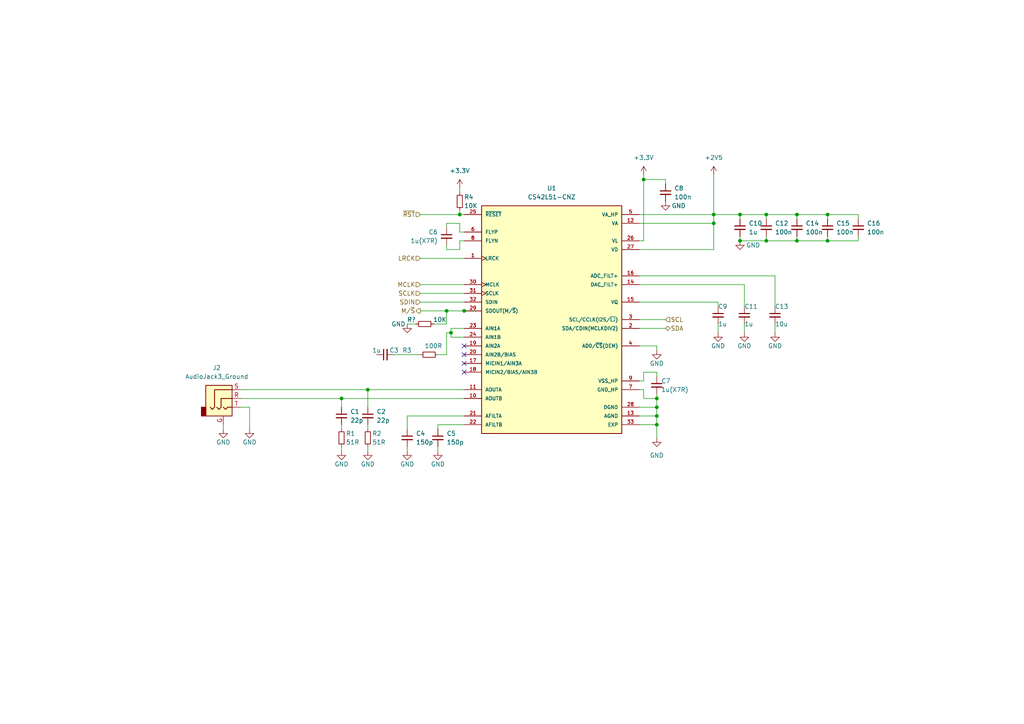
<source format=kicad_sch>
(kicad_sch (version 20211123) (generator eeschema)
  (paper "A4")
  (lib_symbols
    (symbol "Connector:AudioJack3_Ground"
      (property "Reference" "J" (at 0 8.89 0))
      (property "Value" "AudioJack3_Ground" (at 0 6.35 0))
      (symbol "AudioJack3_Ground_0_1"
        (rectangle (start -5.08 -2.54) (end -6.35 -5.08) (stroke (width 0.254)) (fill (type outline)))
        (polyline (pts (xy 0 -2.54) (xy 0.635 -3.175) (xy 1.27 -2.54) (xy 2.54 -2.54)) (stroke (width 0.254)))
        (polyline (pts (xy -1.905 -2.54) (xy -1.27 -3.175) (xy -0.635 -2.54) (xy -0.635 0) (xy 2.54 0)) (stroke (width 0.254)))
        (polyline (pts (xy 2.54 2.54) (xy -2.54 2.54) (xy -2.54 -2.54) (xy -3.175 -3.175) (xy -3.81 -2.54)) (stroke (width 0.254)))
        (rectangle (start 2.54 3.81) (end -5.08 -5.08) (stroke (width 0.254)) (fill (type background)))
      )
      (symbol "AudioJack3_Ground_1_1"
        (pin passive line (at 0 -7.62 90) (length 2.54) (name "~") (number "G"))
        (pin passive line (at 5.08 0 180) (length 2.54) (name "~") (number "R"))
        (pin passive line (at 5.08 2.54 180) (length 2.54) (name "~") (number "S"))
        (pin passive line (at 5.08 -2.54 180) (length 2.54) (name "~") (number "T"))
      )
    )
    (symbol "Device:C_Small" (pin_numbers hide) (pin_names (offset 0.254) hide)
      (property "Reference" "C" (at 0.254 1.778 0))
      (property "Value" "C_Small" (at 0.254 -2.032 0))
      (symbol "C_Small_0_1"
        (polyline (pts (xy -1.524 -0.508) (xy 1.524 -0.508)) (stroke (width 0.3302)))
        (polyline (pts (xy -1.524 0.508) (xy 1.524 0.508)) (stroke (width 0.3048)))
      )
      (symbol "C_Small_1_1"
        (pin passive line (at 0 2.54 270) (length 2.032) (name "~") (number "1"))
        (pin passive line (at 0 -2.54 90) (length 2.032) (name "~") (number "2"))
      )
    )
    (symbol "Device:R_Small" (pin_numbers hide) (pin_names (offset 0.254) hide)
      (property "Reference" "R" (at 0.762 0.508 0))
      (property "Value" "R_Small" (at 0.762 -1.016 0))
      (symbol "R_Small_0_1"
        (rectangle (start -0.762 1.778) (end 0.762 -1.778) (stroke (width 0.2032)))
      )
      (symbol "R_Small_1_1"
        (pin passive line (at 0 2.54 270) (length 0.762) (name "~") (number "1"))
        (pin passive line (at 0 -2.54 90) (length 0.762) (name "~") (number "2"))
      )
    )
    (symbol "LibraryAudioBoard:CS42L51-CNZ" (pin_names (offset 1.016))
      (property "Reference" "U" (at -20.3773 33.75 0))
      (property "Value" "CS42L51-CNZ" (at -20.3352 -35.5866 0))
      (symbol "CS42L51-CNZ_0_0"
        (rectangle (start -20.32 -33.02) (end 20.32 33.02) (stroke (width 0.254)) (fill (type background)))
        (pin bidirectional clock (at -25.4 17.78 0) (length 5.08) (name "LRCK") (number "1"))
        (pin output line (at -25.4 -22.86 0) (length 5.08) (name "AOUTB") (number "10"))
        (pin output line (at -25.4 -20.32 0) (length 5.08) (name "AOUTA") (number "11"))
        (pin power_in line (at 25.4 27.94 180) (length 5.08) (name "VA") (number "12"))
        (pin power_in line (at 25.4 -27.94 180) (length 5.08) (name "AGND") (number "13"))
        (pin output line (at 25.4 10.16 180) (length 5.08) (name "DAC_FILT+") (number "14"))
        (pin output line (at 25.4 5.08 180) (length 5.08) (name "VQ") (number "15"))
        (pin output line (at 25.4 12.7 180) (length 5.08) (name "ADC_FILT+") (number "16"))
        (pin input line (at -25.4 -12.7 0) (length 5.08) (name "MICIN1/AIN3A") (number "17"))
        (pin bidirectional line (at -25.4 -15.24 0) (length 5.08) (name "MICIN2/BIAS/AIN3B") (number "18"))
        (pin input line (at -25.4 -7.62 0) (length 5.08) (name "AIN2A") (number "19"))
        (pin bidirectional line (at 25.4 -2.54 180) (length 5.08) (name "SDA/CDIN(MCLKDIV2)") (number "2"))
        (pin bidirectional line (at -25.4 -10.16 0) (length 5.08) (name "AIN2B/BIAS") (number "20"))
        (pin output line (at -25.4 -27.94 0) (length 5.08) (name "AFILTA") (number "21"))
        (pin output line (at -25.4 -30.48 0) (length 5.08) (name "AFILTB") (number "22"))
        (pin input line (at -25.4 -2.54 0) (length 5.08) (name "AIN1A") (number "23"))
        (pin input line (at -25.4 -5.08 0) (length 5.08) (name "AIN1B") (number "24"))
        (pin input line (at -25.4 30.48 0) (length 5.08) (name "~{RESET}") (number "25"))
        (pin power_in line (at 25.4 22.86 180) (length 5.08) (name "VL") (number "26"))
        (pin power_in line (at 25.4 20.32 180) (length 5.08) (name "VD") (number "27"))
        (pin power_in line (at 25.4 -25.4 180) (length 5.08) (name "DGND") (number "28"))
        (pin bidirectional line (at -25.4 2.54 0) (length 5.08) (name "SDOUT(M/~{S})") (number "29"))
        (pin input line (at 25.4 0 180) (length 5.08) (name "SCL/CCLK(I2S/~{LJ})") (number "3"))
        (pin input clock (at -25.4 10.16 0) (length 5.08) (name "MCLK") (number "30"))
        (pin bidirectional clock (at -25.4 7.62 0) (length 5.08) (name "SCLK") (number "31"))
        (pin input line (at -25.4 5.08 0) (length 5.08) (name "SDIN") (number "32"))
        (pin passive line (at 25.4 -30.48 180) (length 5.08) (name "EXP") (number "33"))
        (pin input line (at 25.4 -7.62 180) (length 5.08) (name "AD0/~{CS}(DEM)") (number "4"))
        (pin power_in line (at 25.4 30.48 180) (length 5.08) (name "VA_HP") (number "5"))
        (pin input line (at -25.4 25.4 0) (length 5.08) (name "FLYP") (number "6"))
        (pin power_in line (at 25.4 -20.32 180) (length 5.08) (name "GND_HP") (number "7"))
        (pin input line (at -25.4 22.86 0) (length 5.08) (name "FLYN") (number "8"))
        (pin power_in line (at 25.4 -17.78 180) (length 5.08) (name "VSS_HP") (number "9"))
      )
    )
    (symbol "power:+2V5" (power) (pin_names (offset 0))
      (property "Value" "+2V5" (at 0 3.556 0))
      (symbol "+2V5_0_1"
        (polyline (pts (xy -0.762 1.27) (xy 0 2.54)))
        (polyline (pts (xy 0 0) (xy 0 2.54)))
        (polyline (pts (xy 0 2.54) (xy 0.762 1.27)))
      )
      (symbol "+2V5_1_1"
        (pin power_in line (at 0 0 90) (length 0) hide (name "+2V5") (number "1"))
      )
    )
    (symbol "power:+3.3V" (power) (pin_names (offset 0))
      (property "Value" "+3.3V" (at 0 3.556 0))
      (symbol "+3.3V_0_1"
        (polyline (pts (xy -0.762 1.27) (xy 0 2.54)))
        (polyline (pts (xy 0 0) (xy 0 2.54)))
        (polyline (pts (xy 0 2.54) (xy 0.762 1.27)))
      )
      (symbol "+3.3V_1_1"
        (pin power_in line (at 0 0 90) (length 0) hide (name "+3.3V") (number "1"))
      )
    )
    (symbol "power:GND" (power) (pin_names (offset 0))
      (property "Value" "GND" (at 0 -3.81 0))
      (symbol "GND_0_1"
        (polyline (pts (xy 0 0) (xy 0 -1.27) (xy 1.27 -1.27) (xy 0 -2.54) (xy -1.27 -1.27) (xy 0 -1.27)))
      )
      (symbol "GND_1_1"
        (pin power_in line (at 0 0 270) (length 0) hide (name "GND") (number "1"))
      )
    )
  )
  (junction (at 99.06 115.57))
  (junction (at 130.81 96.52))
  (junction (at 106.68 113.03))
  (junction (at 240.03 69.85))
  (junction (at 190.5 120.65))
  (junction (at 214.63 69.85))
  (junction (at 134.62 90.17))
  (junction (at 207.01 62.23))
  (junction (at 222.25 69.85))
  (junction (at 190.5 115.57))
  (junction (at 231.14 62.23))
  (junction (at 222.25 62.23))
  (junction (at 207.01 64.77))
  (junction (at 190.5 123.19))
  (junction (at 190.5 118.11))
  (junction (at 129.54 90.17))
  (junction (at 240.03 62.23))
  (junction (at 214.63 62.23))
  (junction (at 133.35 62.23))
  (junction (at 231.14 69.85))
  (junction (at 186.69 52.07))
  (no_connect (at 134.62 100.33))
  (no_connect (at 134.62 107.95))
  (no_connect (at 134.62 105.41))
  (no_connect (at 134.62 102.87))
  (wire (pts (xy 193.04 53.34) (xy 193.04 52.07)))
  (wire (pts (xy 207.01 50.8) (xy 207.01 62.23)))
  (wire (pts (xy 190.5 109.22) (xy 190.5 107.95)))
  (wire (pts (xy 127 102.87) (xy 129.54 102.87)))
  (wire (pts (xy 248.92 68.58) (xy 248.92 69.85)))
  (wire (pts (xy 185.42 64.77) (xy 207.01 64.77)))
  (wire (pts (xy 130.81 96.52) (xy 130.81 97.79)))
  (wire (pts (xy 186.69 50.8) (xy 186.69 52.07)))
  (wire (pts (xy 214.63 68.58) (xy 214.63 69.85)))
  (wire (pts (xy 129.54 66.04) (xy 129.54 64.77)))
  (wire (pts (xy 129.54 71.12) (xy 129.54 72.39)))
  (wire (pts (xy 106.68 129.54) (xy 106.68 130.81)))
  (wire (pts (xy 224.79 93.98) (xy 224.79 96.52)))
  (wire (pts (xy 224.79 88.9) (xy 224.79 80.01)))
  (wire (pts (xy 138.43 90.17) (xy 134.62 90.17)))
  (wire (pts (xy 127 129.54) (xy 127 130.81)))
  (wire (pts (xy 231.14 63.5) (xy 231.14 62.23)))
  (wire (pts (xy 185.42 72.39) (xy 207.01 72.39)))
  (wire (pts (xy 118.11 93.98) (xy 120.65 93.98)))
  (wire (pts (xy 134.62 69.85) (xy 133.35 69.85)))
  (wire (pts (xy 129.54 90.17) (xy 134.62 90.17)))
  (wire (pts (xy 133.35 62.23) (xy 134.62 62.23)))
  (wire (pts (xy 106.68 123.19) (xy 106.68 124.46)))
  (wire (pts (xy 207.01 62.23) (xy 185.42 62.23)))
  (wire (pts (xy 130.81 97.79) (xy 134.62 97.79)))
  (wire (pts (xy 190.5 120.65) (xy 190.5 118.11)))
  (wire (pts (xy 185.42 87.63) (xy 208.28 87.63)))
  (wire (pts (xy 99.06 123.19) (xy 99.06 124.46)))
  (wire (pts (xy 72.39 118.11) (xy 69.85 118.11)))
  (wire (pts (xy 133.35 69.85) (xy 133.35 72.39)))
  (wire (pts (xy 185.42 113.03) (xy 186.69 113.03)))
  (wire (pts (xy 121.92 90.17) (xy 129.54 90.17)))
  (wire (pts (xy 190.5 123.19) (xy 190.5 120.65)))
  (wire (pts (xy 214.63 69.85) (xy 222.25 69.85)))
  (wire (pts (xy 121.92 87.63) (xy 134.62 87.63)))
  (wire (pts (xy 129.54 102.87) (xy 129.54 96.52)))
  (wire (pts (xy 190.5 115.57) (xy 190.5 118.11)))
  (wire (pts (xy 121.92 85.09) (xy 134.62 85.09)))
  (wire (pts (xy 72.39 124.46) (xy 72.39 118.11)))
  (wire (pts (xy 185.42 82.55) (xy 215.9 82.55)))
  (wire (pts (xy 129.54 96.52) (xy 130.81 96.52)))
  (wire (pts (xy 240.03 68.58) (xy 240.03 69.85)))
  (wire (pts (xy 186.69 69.85) (xy 185.42 69.85)))
  (wire (pts (xy 208.28 87.63) (xy 208.28 88.9)))
  (wire (pts (xy 224.79 80.01) (xy 185.42 80.01)))
  (wire (pts (xy 133.35 64.77) (xy 129.54 64.77)))
  (wire (pts (xy 127 123.19) (xy 134.62 123.19)))
  (wire (pts (xy 214.63 63.5) (xy 214.63 62.23)))
  (wire (pts (xy 134.62 120.65) (xy 118.11 120.65)))
  (wire (pts (xy 133.35 64.77) (xy 133.35 67.31)))
  (wire (pts (xy 240.03 62.23) (xy 248.92 62.23)))
  (wire (pts (xy 231.14 69.85) (xy 222.25 69.85)))
  (wire (pts (xy 69.85 115.57) (xy 99.06 115.57)))
  (wire (pts (xy 118.11 120.65) (xy 118.11 124.46)))
  (wire (pts (xy 215.9 82.55) (xy 215.9 88.9)))
  (wire (pts (xy 185.42 95.25) (xy 193.04 95.25)))
  (wire (pts (xy 222.25 62.23) (xy 231.14 62.23)))
  (wire (pts (xy 133.35 60.96) (xy 133.35 62.23)))
  (wire (pts (xy 248.92 63.5) (xy 248.92 62.23)))
  (wire (pts (xy 186.69 52.07) (xy 193.04 52.07)))
  (wire (pts (xy 185.42 123.19) (xy 190.5 123.19)))
  (wire (pts (xy 240.03 69.85) (xy 248.92 69.85)))
  (wire (pts (xy 186.69 107.95) (xy 186.69 110.49)))
  (wire (pts (xy 185.42 92.71) (xy 193.04 92.71)))
  (wire (pts (xy 186.69 115.57) (xy 190.5 115.57)))
  (wire (pts (xy 207.01 64.77) (xy 207.01 62.23)))
  (wire (pts (xy 121.92 82.55) (xy 134.62 82.55)))
  (wire (pts (xy 129.54 93.98) (xy 129.54 90.17)))
  (wire (pts (xy 127 124.46) (xy 127 123.19)))
  (wire (pts (xy 208.28 93.98) (xy 208.28 96.52)))
  (wire (pts (xy 190.5 127) (xy 190.5 123.19)))
  (wire (pts (xy 231.14 62.23) (xy 240.03 62.23)))
  (wire (pts (xy 190.5 114.3) (xy 190.5 115.57)))
  (wire (pts (xy 125.73 93.98) (xy 129.54 93.98)))
  (wire (pts (xy 64.77 123.19) (xy 64.77 124.46)))
  (wire (pts (xy 114.3 102.87) (xy 121.92 102.87)))
  (wire (pts (xy 121.92 74.93) (xy 134.62 74.93)))
  (wire (pts (xy 185.42 100.33) (xy 190.5 100.33)))
  (wire (pts (xy 134.62 95.25) (xy 130.81 95.25)))
  (wire (pts (xy 99.06 118.11) (xy 99.06 115.57)))
  (wire (pts (xy 190.5 107.95) (xy 186.69 107.95)))
  (wire (pts (xy 207.01 72.39) (xy 207.01 64.77)))
  (wire (pts (xy 99.06 115.57) (xy 134.62 115.57)))
  (wire (pts (xy 133.35 72.39) (xy 129.54 72.39)))
  (wire (pts (xy 190.5 118.11) (xy 185.42 118.11)))
  (wire (pts (xy 130.81 95.25) (xy 130.81 96.52)))
  (wire (pts (xy 106.68 113.03) (xy 106.68 118.11)))
  (wire (pts (xy 186.69 113.03) (xy 186.69 115.57)))
  (wire (pts (xy 134.62 67.31) (xy 133.35 67.31)))
  (wire (pts (xy 133.35 54.61) (xy 133.35 55.88)))
  (wire (pts (xy 106.68 113.03) (xy 134.62 113.03)))
  (wire (pts (xy 231.14 69.85) (xy 240.03 69.85)))
  (wire (pts (xy 214.63 62.23) (xy 222.25 62.23)))
  (wire (pts (xy 222.25 68.58) (xy 222.25 69.85)))
  (wire (pts (xy 118.11 129.54) (xy 118.11 130.81)))
  (wire (pts (xy 231.14 68.58) (xy 231.14 69.85)))
  (wire (pts (xy 186.69 52.07) (xy 186.69 69.85)))
  (wire (pts (xy 69.85 113.03) (xy 106.68 113.03)))
  (wire (pts (xy 185.42 120.65) (xy 190.5 120.65)))
  (wire (pts (xy 99.06 129.54) (xy 99.06 130.81)))
  (wire (pts (xy 185.42 110.49) (xy 186.69 110.49)))
  (wire (pts (xy 240.03 63.5) (xy 240.03 62.23)))
  (wire (pts (xy 190.5 100.33) (xy 190.5 101.6)))
  (wire (pts (xy 121.92 62.23) (xy 133.35 62.23)))
  (wire (pts (xy 215.9 93.98) (xy 215.9 96.52)))
  (wire (pts (xy 207.01 62.23) (xy 214.63 62.23)))
  (wire (pts (xy 222.25 63.5) (xy 222.25 62.23)))
  (hierarchical_label "~{RST}" (shape input) (at 121.92 62.23 180))
  (hierarchical_label "SCL" (shape input) (at 193.04 92.71 0))
  (hierarchical_label "M{slash}~{S}" (shape output) (at 121.92 90.17 180))
  (hierarchical_label "LRCK" (shape input) (at 121.92 74.93 180))
  (hierarchical_label "SDA" (shape bidirectional) (at 193.04 95.25 0))
  (hierarchical_label "SCLK" (shape input) (at 121.92 85.09 180))
  (hierarchical_label "MCLK" (shape input) (at 121.92 82.55 180))
  (hierarchical_label "SDIN" (shape input) (at 121.92 87.63 180))
  (symbol (lib_id "Device:R_Small") (at 124.46 102.87 90) (unit 1)
    (property "Reference" "R3" (at 119.38 101.6 90) (effects (justify left)))
    (property "Value" "100R" (at 128.27 100.33 90) (effects (justify left)))
    (property "Footprint" "Resistor_SMD:R_0805_2012Metric" (effects hide))
  )
  (symbol (lib_id "power:GND") (at 208.28 96.52 0) (unit 1)
    (property "Reference" "#PWR013" (effects hide))
    (property "Value" "GND" (at 208.28 100.33 0))
  )
  (symbol (lib_id "LibraryAudioBoard:CS42L51-CNZ") (at 160.02 92.71 0) (unit 1)
    (property "Reference" "U1" (at 160.02 54.61 0))
    (property "Value" "CS42L51-CNZ" (at 160.02 57.15 0))
    (property "Footprint" "Package_DFN_QFN:QFN-32-1EP_5x5mm_P0.5mm_EP3.1x3.1mm" (effects hide))
    (property "Mfr" "Cirrus Logic, Inc" (effects hide))
  )
  (symbol (lib_id "Device:R_Small") (at 106.68 127 0) (unit 1)
    (property "Reference" "R2" (at 107.95 125.73 0) (effects (justify left)))
    (property "Value" "51R" (at 107.95 128.27 0) (effects (justify left)))
    (property "Footprint" "Resistor_SMD:R_0805_2012Metric" (effects hide))
  )
  (symbol (lib_id "power:GND") (at 64.77 124.46 0) (unit 1)
    (property "Reference" "#PWR01" (effects hide))
    (property "Value" "GND" (at 64.77 128.27 0))
  )
  (symbol (lib_id "Device:C_Small") (at 99.06 120.65 0) (unit 1)
    (property "Reference" "C1" (at 101.6 119.3862 0) (effects (justify left)))
    (property "Value" "22p" (at 101.6 121.9262 0) (effects (justify left)))
    (property "Footprint" "Capacitor_SMD:C_0603_1608Metric" (effects hide))
  )
  (symbol (lib_id "power:GND") (at 214.63 69.85 0) (unit 1)
    (property "Reference" "#PWR014" (effects hide))
    (property "Value" "GND" (at 218.44 71.12 0))
  )
  (symbol (lib_id "Device:C_Small") (at 222.25 66.04 0) (unit 1)
    (property "Reference" "C12" (at 224.79 64.7762 0) (effects (justify left)))
    (property "Value" "100n" (at 224.79 67.3162 0) (effects (justify left)))
    (property "Footprint" "Capacitor_SMD:C_0603_1608Metric" (effects hide))
  )
  (symbol (lib_id "Device:C_Small") (at 193.04 55.88 0) (unit 1)
    (property "Reference" "C8" (at 195.58 54.6162 0) (effects (justify left)))
    (property "Value" "100n" (at 195.58 57.1562 0) (effects (justify left)))
    (property "Footprint" "Capacitor_SMD:C_0603_1608Metric" (effects hide))
  )
  (symbol (lib_id "power:GND") (at 106.68 130.81 0) (unit 1)
    (property "Reference" "#PWR04" (effects hide))
    (property "Value" "GND" (at 106.68 134.62 0))
  )
  (symbol (lib_id "Device:C_Small") (at 231.14 66.04 0) (unit 1)
    (property "Reference" "C14" (at 233.68 64.7762 0) (effects (justify left)))
    (property "Value" "100n" (at 233.68 67.3162 0) (effects (justify left)))
    (property "Footprint" "Capacitor_SMD:C_0603_1608Metric" (effects hide))
  )
  (symbol (lib_id "power:GND") (at 127 130.81 0) (unit 1)
    (property "Reference" "#PWR06" (effects hide))
    (property "Value" "GND" (at 127 134.62 0))
  )
  (symbol (lib_id "power:+3.3V") (at 133.35 54.61 0) (unit 1)
    (property "Reference" "#PWR07" (effects hide))
    (property "Value" "+3.3V" (at 133.35 49.53 0))
  )
  (symbol (lib_id "Device:C_Small") (at 224.79 91.44 0) (unit 1)
    (property "Reference" "C13" (at 224.79 88.9 0) (effects (justify left)))
    (property "Value" "10u" (at 224.79 93.98 0) (effects (justify left)))
    (property "Footprint" "Capacitor_SMD:C_0805_2012Metric" (effects hide))
  )
  (symbol (lib_id "power:+3.3V") (at 186.69 50.8 0) (unit 1)
    (property "Reference" "#PWR08" (effects hide))
    (property "Value" "+3.3V" (at 186.69 45.72 0))
  )
  (symbol (lib_id "Device:C_Small") (at 240.03 66.04 0) (unit 1)
    (property "Reference" "C15" (at 242.57 64.7762 0) (effects (justify left)))
    (property "Value" "100n" (at 242.57 67.3162 0) (effects (justify left)))
    (property "Footprint" "Capacitor_SMD:C_0603_1608Metric" (effects hide))
  )
  (symbol (lib_id "power:GND") (at 72.39 124.46 0) (unit 1)
    (property "Reference" "#PWR02" (effects hide))
    (property "Value" "GND" (at 72.39 128.27 0))
  )
  (symbol (lib_id "Connector:AudioJack3_Ground") (at 64.77 115.57 0) (unit 1)
    (property "Reference" "J2" (at 62.865 106.68 0))
    (property "Value" "AudioJack3_Ground" (at 62.865 109.22 0))
  )
  (symbol (lib_id "Device:R_Small") (at 133.35 58.42 0) (unit 1)
    (property "Reference" "R4" (at 134.62 57.15 0) (effects (justify left)))
    (property "Value" "10K" (at 134.62 59.69 0) (effects (justify left)))
    (property "Footprint" "Resistor_SMD:R_0805_2012Metric" (effects hide))
  )
  (symbol (lib_id "power:GND") (at 118.11 130.81 0) (unit 1)
    (property "Reference" "#PWR05" (effects hide))
    (property "Value" "GND" (at 118.11 134.62 0))
  )
  (symbol (lib_id "power:GND") (at 99.06 130.81 0) (unit 1)
    (property "Reference" "#PWR03" (effects hide))
    (property "Value" "GND" (at 99.06 134.62 0))
  )
  (symbol (lib_id "power:+2V5") (at 207.01 50.8 0) (unit 1)
    (property "Reference" "#PWR012" (effects hide))
    (property "Value" "+2V5" (at 207.01 45.72 0))
  )
  (symbol (lib_id "power:GND") (at 224.79 96.52 0) (unit 1)
    (property "Reference" "#PWR016" (effects hide))
    (property "Value" "GND" (at 224.79 100.33 0))
  )
  (symbol (lib_id "power:GND") (at 118.11 93.98 0) (unit 1)
    (property "Reference" "#PWR?" (effects hide))
    (property "Value" "GND" (at 115.57 93.98 0))
  )
  (symbol (lib_id "Device:C_Small") (at 214.63 66.04 0) (unit 1)
    (property "Reference" "C10" (at 217.17 64.7762 0) (effects (justify left)))
    (property "Value" "1u" (at 217.17 67.3162 0) (effects (justify left)))
    (property "Footprint" "Capacitor_SMD:C_0805_2012Metric" (effects hide))
  )
  (symbol (lib_id "power:GND") (at 215.9 96.52 0) (unit 1)
    (property "Reference" "#PWR015" (effects hide))
    (property "Value" "GND" (at 215.9 100.33 0))
  )
  (symbol (lib_id "Device:C_Small") (at 106.68 120.65 0) (unit 1)
    (property "Reference" "C2" (at 109.22 119.3862 0) (effects (justify left)))
    (property "Value" "22p" (at 109.22 121.9262 0) (effects (justify left)))
    (property "Footprint" "Capacitor_SMD:C_0603_1608Metric" (effects hide))
  )
  (symbol (lib_id "Device:C_Small") (at 118.11 127 0) (unit 1)
    (property "Reference" "C4" (at 120.65 125.7362 0) (effects (justify left)))
    (property "Value" "150p" (at 120.65 128.2762 0) (effects (justify left)))
    (property "Footprint" "Capacitor_SMD:C_0603_1608Metric" (effects hide))
  )
  (symbol (lib_id "Device:C_Small") (at 190.5 111.76 0) (unit 1)
    (property "Reference" "C7" (at 191.77 110.49 0) (effects (justify left)))
    (property "Value" "1u(X7R)" (at 191.77 113.03 0) (effects (justify left)))
    (property "Footprint" "Capacitor_SMD:C_0603_1608Metric" (effects hide))
  )
  (symbol (lib_id "Device:C_Small") (at 129.54 68.58 0) (mirror y) (unit 1)
    (property "Reference" "C6" (at 127 67.3162 0) (effects (justify left)))
    (property "Value" "1u(X7R)" (at 127 69.8562 0) (effects (justify left)))
    (property "Footprint" "Capacitor_SMD:C_0603_1608Metric" (effects hide))
  )
  (symbol (lib_id "power:GND") (at 190.5 101.6 0) (unit 1)
    (property "Reference" "#PWR09" (effects hide))
    (property "Value" "GND" (at 190.5 105.41 0))
  )
  (symbol (lib_id "power:GND") (at 190.5 127 0) (unit 1)
    (property "Reference" "#PWR010" (effects hide))
    (property "Value" "GND" (at 190.5 132.08 0))
  )
  (symbol (lib_id "power:GND") (at 193.04 58.42 0) (unit 1)
    (property "Reference" "#PWR011" (effects hide))
    (property "Value" "GND" (at 196.85 59.69 0))
  )
  (symbol (lib_id "Device:C_Small") (at 215.9 91.44 0) (unit 1)
    (property "Reference" "C11" (at 215.9 88.9 0) (effects (justify left)))
    (property "Value" "1u" (at 215.9 93.98 0) (effects (justify left)))
    (property "Footprint" "Capacitor_SMD:C_0805_2012Metric" (effects hide))
  )
  (symbol (lib_id "Device:C_Small") (at 208.28 91.44 0) (unit 1)
    (property "Reference" "C9" (at 208.28 88.9 0) (effects (justify left)))
    (property "Value" "1u" (at 208.28 93.98 0) (effects (justify left)))
    (property "Footprint" "Capacitor_SMD:C_0805_2012Metric" (effects hide))
  )
  (symbol (lib_id "Device:C_Small") (at 111.76 102.87 90) (unit 1)
    (property "Reference" "C3" (at 114.3 101.6 90))
    (property "Value" "1u" (at 109.22 101.6 90))
    (property "Footprint" "Capacitor_SMD:C_0805_2012Metric" (effects hide))
  )
  (symbol (lib_id "Device:R_Small") (at 99.06 127 0) (unit 1)
    (property "Reference" "R1" (at 100.33 125.73 0) (effects (justify left)))
    (property "Value" "51R" (at 100.33 128.27 0) (effects (justify left)))
    (property "Footprint" "Resistor_SMD:R_0805_2012Metric" (effects hide))
  )
  (symbol (lib_id "Device:R_Small") (at 123.19 93.98 90) (unit 1)
    (property "Reference" "R?" (at 120.65 92.71 90) (effects (justify left)))
    (property "Value" "10K" (at 129.54 92.71 90) (effects (justify left)))
    (property "Footprint" "Resistor_SMD:R_0805_2012Metric" (effects hide))
  )
  (symbol (lib_id "Device:C_Small") (at 127 127 0) (unit 1)
    (property "Reference" "C5" (at 129.54 125.7362 0) (effects (justify left)))
    (property "Value" "150p" (at 129.54 128.2762 0) (effects (justify left)))
    (property "Footprint" "Capacitor_SMD:C_0603_1608Metric" (effects hide))
  )
  (symbol (lib_id "Device:C_Small") (at 248.92 66.04 0) (unit 1)
    (property "Reference" "C16" (at 251.46 64.7762 0) (effects (justify left)))
    (property "Value" "100n" (at 251.46 67.3162 0) (effects (justify left)))
    (property "Footprint" "Capacitor_SMD:C_0603_1608Metric" (effects hide))
  )
)
</source>
